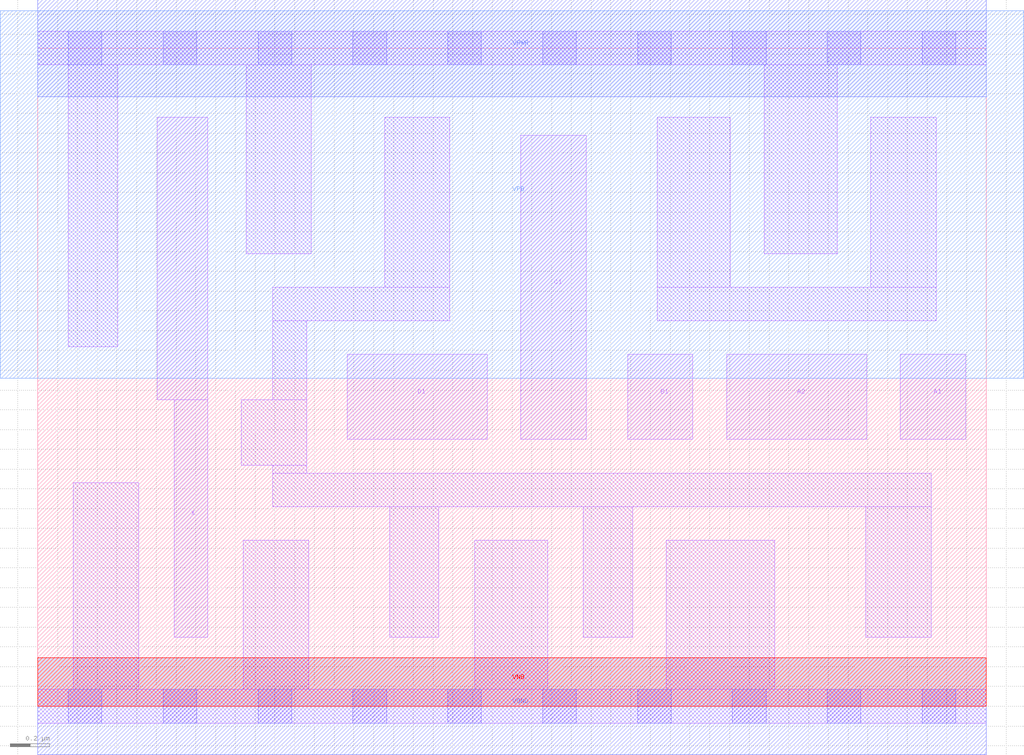
<source format=lef>
# Copyright 2020 The SkyWater PDK Authors
#
# Licensed under the Apache License, Version 2.0 (the "License");
# you may not use this file except in compliance with the License.
# You may obtain a copy of the License at
#
#     https://www.apache.org/licenses/LICENSE-2.0
#
# Unless required by applicable law or agreed to in writing, software
# distributed under the License is distributed on an "AS IS" BASIS,
# WITHOUT WARRANTIES OR CONDITIONS OF ANY KIND, either express or implied.
# See the License for the specific language governing permissions and
# limitations under the License.
#
# SPDX-License-Identifier: Apache-2.0

VERSION 5.7 ;
  NOWIREEXTENSIONATPIN ON ;
  DIVIDERCHAR "/" ;
  BUSBITCHARS "[]" ;
MACRO sky130_fd_sc_ls__a2111o_2
  CLASS CORE ;
  FOREIGN sky130_fd_sc_ls__a2111o_2 ;
  ORIGIN  0.000000  0.000000 ;
  SIZE  4.800000 BY  3.330000 ;
  SYMMETRY X Y ;
  SITE unit ;
  PIN A1
    ANTENNAGATEAREA  0.279000 ;
    DIRECTION INPUT ;
    USE SIGNAL ;
    PORT
      LAYER li1 ;
        RECT 4.365000 1.350000 4.695000 1.780000 ;
    END
  END A1
  PIN A2
    ANTENNAGATEAREA  0.279000 ;
    DIRECTION INPUT ;
    USE SIGNAL ;
    PORT
      LAYER li1 ;
        RECT 3.485000 1.350000 4.195000 1.780000 ;
    END
  END A2
  PIN B1
    ANTENNAGATEAREA  0.279000 ;
    DIRECTION INPUT ;
    USE SIGNAL ;
    PORT
      LAYER li1 ;
        RECT 2.985000 1.350000 3.315000 1.780000 ;
    END
  END B1
  PIN C1
    ANTENNAGATEAREA  0.279000 ;
    DIRECTION INPUT ;
    USE SIGNAL ;
    PORT
      LAYER li1 ;
        RECT 2.445000 1.350000 2.775000 2.890000 ;
    END
  END C1
  PIN D1
    ANTENNAGATEAREA  0.279000 ;
    DIRECTION INPUT ;
    USE SIGNAL ;
    PORT
      LAYER li1 ;
        RECT 1.565000 1.350000 2.275000 1.780000 ;
    END
  END D1
  PIN VNB
    PORT
      LAYER pwell ;
        RECT 0.000000 0.000000 4.800000 0.245000 ;
    END
  END VNB
  PIN VPB
    PORT
      LAYER nwell ;
        RECT -0.190000 1.660000 4.990000 3.520000 ;
    END
  END VPB
  PIN X
    ANTENNADIFFAREA  0.543200 ;
    DIRECTION OUTPUT ;
    USE SIGNAL ;
    PORT
      LAYER li1 ;
        RECT 0.605000 1.550000 0.860000 2.980000 ;
        RECT 0.690000 0.350000 0.860000 1.550000 ;
    END
  END X
  PIN VGND
    DIRECTION INOUT ;
    SHAPE ABUTMENT ;
    USE GROUND ;
    PORT
      LAYER met1 ;
        RECT 0.000000 -0.245000 4.800000 0.245000 ;
    END
  END VGND
  PIN VPWR
    DIRECTION INOUT ;
    SHAPE ABUTMENT ;
    USE POWER ;
    PORT
      LAYER met1 ;
        RECT 0.000000 3.085000 4.800000 3.575000 ;
    END
  END VPWR
  OBS
    LAYER li1 ;
      RECT 0.000000 -0.085000 4.800000 0.085000 ;
      RECT 0.000000  3.245000 4.800000 3.415000 ;
      RECT 0.155000  1.820000 0.405000 3.245000 ;
      RECT 0.180000  0.085000 0.510000 1.130000 ;
      RECT 1.030000  1.220000 1.360000 1.550000 ;
      RECT 1.040000  0.085000 1.370000 0.840000 ;
      RECT 1.055000  2.290000 1.385000 3.245000 ;
      RECT 1.190000  1.010000 4.520000 1.180000 ;
      RECT 1.190000  1.180000 1.360000 1.220000 ;
      RECT 1.190000  1.550000 1.360000 1.950000 ;
      RECT 1.190000  1.950000 2.085000 2.120000 ;
      RECT 1.755000  2.120000 2.085000 2.980000 ;
      RECT 1.780000  0.350000 2.030000 1.010000 ;
      RECT 2.210000  0.085000 2.580000 0.840000 ;
      RECT 2.760000  0.350000 3.010000 1.010000 ;
      RECT 3.135000  1.950000 4.545000 2.120000 ;
      RECT 3.135000  2.120000 3.505000 2.980000 ;
      RECT 3.180000  0.085000 3.730000 0.840000 ;
      RECT 3.675000  2.290000 4.045000 3.245000 ;
      RECT 4.190000  0.350000 4.520000 1.010000 ;
      RECT 4.215000  2.120000 4.545000 2.980000 ;
    LAYER mcon ;
      RECT 0.155000 -0.085000 0.325000 0.085000 ;
      RECT 0.155000  3.245000 0.325000 3.415000 ;
      RECT 0.635000 -0.085000 0.805000 0.085000 ;
      RECT 0.635000  3.245000 0.805000 3.415000 ;
      RECT 1.115000 -0.085000 1.285000 0.085000 ;
      RECT 1.115000  3.245000 1.285000 3.415000 ;
      RECT 1.595000 -0.085000 1.765000 0.085000 ;
      RECT 1.595000  3.245000 1.765000 3.415000 ;
      RECT 2.075000 -0.085000 2.245000 0.085000 ;
      RECT 2.075000  3.245000 2.245000 3.415000 ;
      RECT 2.555000 -0.085000 2.725000 0.085000 ;
      RECT 2.555000  3.245000 2.725000 3.415000 ;
      RECT 3.035000 -0.085000 3.205000 0.085000 ;
      RECT 3.035000  3.245000 3.205000 3.415000 ;
      RECT 3.515000 -0.085000 3.685000 0.085000 ;
      RECT 3.515000  3.245000 3.685000 3.415000 ;
      RECT 3.995000 -0.085000 4.165000 0.085000 ;
      RECT 3.995000  3.245000 4.165000 3.415000 ;
      RECT 4.475000 -0.085000 4.645000 0.085000 ;
      RECT 4.475000  3.245000 4.645000 3.415000 ;
  END
END sky130_fd_sc_ls__a2111o_2
END LIBRARY

</source>
